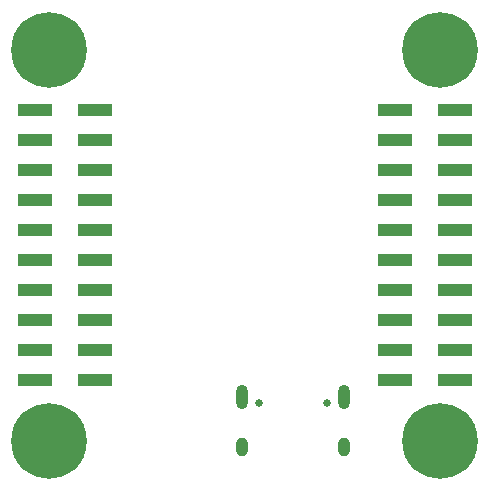
<source format=gbr>
%TF.GenerationSoftware,KiCad,Pcbnew,7.0.1*%
%TF.CreationDate,2023-09-07T21:54:11+09:00*%
%TF.ProjectId,CPU_ESP32S3WROOM,4350555f-4553-4503-9332-533357524f4f,rev?*%
%TF.SameCoordinates,Original*%
%TF.FileFunction,Soldermask,Bot*%
%TF.FilePolarity,Negative*%
%FSLAX46Y46*%
G04 Gerber Fmt 4.6, Leading zero omitted, Abs format (unit mm)*
G04 Created by KiCad (PCBNEW 7.0.1) date 2023-09-07 21:54:11*
%MOMM*%
%LPD*%
G01*
G04 APERTURE LIST*
%ADD10C,0.650000*%
%ADD11O,1.000000X2.100000*%
%ADD12O,1.000000X1.600000*%
%ADD13C,0.800000*%
%ADD14C,6.400000*%
%ADD15R,3.000000X1.000000*%
G04 APERTURE END LIST*
D10*
%TO.C,J1*%
X145840000Y-111230000D03*
X151620000Y-111230000D03*
D11*
X144410000Y-110730000D03*
D12*
X144410000Y-114910000D03*
D11*
X153050000Y-110730000D03*
D12*
X153050000Y-114910000D03*
%TD*%
D13*
%TO.C,H2*%
X158795000Y-114400000D03*
X159497944Y-112702944D03*
X159497944Y-116097056D03*
X161195000Y-112000000D03*
D14*
X161195000Y-114400000D03*
D13*
X161195000Y-116800000D03*
X162892056Y-112702944D03*
X162892056Y-116097056D03*
X163595000Y-114400000D03*
%TD*%
%TO.C,H4*%
X125695000Y-114400000D03*
X126397944Y-112702944D03*
X126397944Y-116097056D03*
X128095000Y-112000000D03*
D14*
X128095000Y-114400000D03*
D13*
X128095000Y-116800000D03*
X129792056Y-112702944D03*
X129792056Y-116097056D03*
X130495000Y-114400000D03*
%TD*%
%TO.C,H3*%
X125695000Y-81300000D03*
X126397944Y-79602944D03*
X126397944Y-82997056D03*
X128095000Y-78900000D03*
D14*
X128095000Y-81300000D03*
D13*
X128095000Y-83700000D03*
X129792056Y-79602944D03*
X129792056Y-82997056D03*
X130495000Y-81300000D03*
%TD*%
%TO.C,H1*%
X158795000Y-81300000D03*
X159497944Y-79602944D03*
X159497944Y-82997056D03*
X161195000Y-78900000D03*
D14*
X161195000Y-81300000D03*
D13*
X161195000Y-83700000D03*
X162892056Y-79602944D03*
X162892056Y-82997056D03*
X163595000Y-81300000D03*
%TD*%
D15*
%TO.C,J4*%
X157365000Y-86420000D03*
X162405000Y-86420000D03*
X157365000Y-88960000D03*
X162405000Y-88960000D03*
X157365000Y-91500000D03*
X162405000Y-91500000D03*
X157365000Y-94040000D03*
X162405000Y-94040000D03*
X157365000Y-96580000D03*
X162405000Y-96580000D03*
X157365000Y-99120000D03*
X162405000Y-99120000D03*
X157365000Y-101660000D03*
X162405000Y-101660000D03*
X157365000Y-104200000D03*
X162405000Y-104200000D03*
X157365000Y-106740000D03*
X162405000Y-106740000D03*
X157365000Y-109280000D03*
X162405000Y-109280000D03*
%TD*%
%TO.C,J2*%
X126885000Y-86420000D03*
X131925000Y-86420000D03*
X126885000Y-88960000D03*
X131925000Y-88960000D03*
X126885000Y-91500000D03*
X131925000Y-91500000D03*
X126885000Y-94040000D03*
X131925000Y-94040000D03*
X126885000Y-96580000D03*
X131925000Y-96580000D03*
X126885000Y-99120000D03*
X131925000Y-99120000D03*
X126885000Y-101660000D03*
X131925000Y-101660000D03*
X126885000Y-104200000D03*
X131925000Y-104200000D03*
X126885000Y-106740000D03*
X131925000Y-106740000D03*
X126885000Y-109280000D03*
X131925000Y-109280000D03*
%TD*%
M02*

</source>
